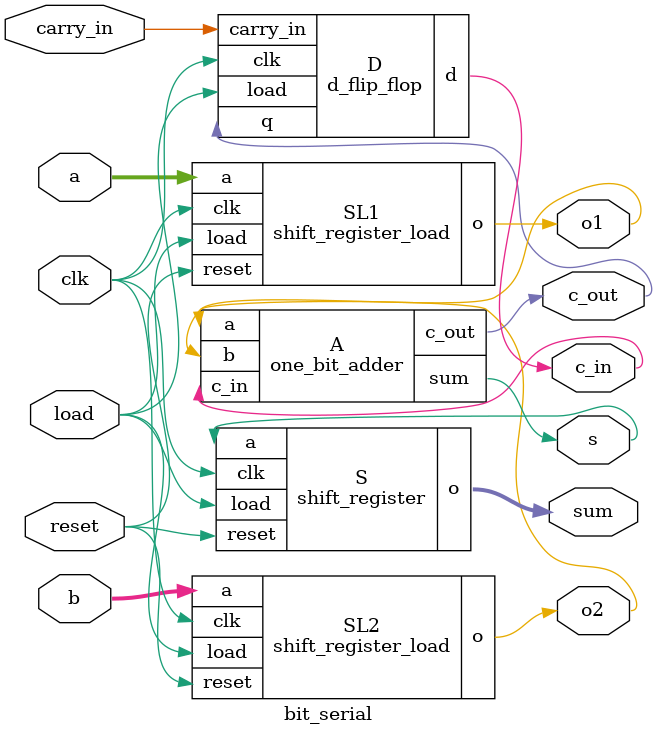
<source format=v>
`timescale 1ns / 1ps
module shift_register(
	input a,
	input clk, reset,load,
	output [7:0]o
	);
	reg [7:0]s;
	always @(posedge clk)
		begin
			if (!reset & !load)
				begin
					s[7] <= a;
					s[6] <= s[7];
					s[5] <= s[6];
					s[4] <= s[5];
					s[3] <= s[4];
					s[2] <= s[3];
					s[1] <= s[2];
					s[0] <= s[1];
				end
			else
				begin
					s[0] <= 0;
					s[1] <= 0;
					s[2] <= 0;
					s[3] <= 0;
					s[4] <= 0;
					s[5] <= 0;
					s[6] <= 0;
					s[7] <= 0;
				
				end
		end
		assign o = s;
	endmodule

module shift_register_load(
	input [7:0]a,
	input clk, load,reset,
	output o
	);
	reg [7:0]s;
	always @(posedge clk)
		begin
			if (reset)
				begin
					s<=0;
				end
			if(load)
				begin
					s[0] <= a[0];
					s[1] <= a[1];
					s[2] <= a[2];
					s[3] <= a[3];
					s[4] <= a[4];
					s[5] <= a[5];
					s[6] <= a[6];
					s[7] <= a[7];
				end
			else
				begin
					s[7] <= 0;
					s[6] <= s[7];
					s[5] <= s[6];
					s[4] <= s[5];
					s[3] <= s[4];
					s[2] <= s[3];
					s[1] <= s[2];
					s[0] <= s[1];
				
				end
		end
	assign o = s[0];
endmodule

module one_bit_adder(
    input a,
    input b,
    input c_in,
    output sum,
    output c_out
    );
	 
	assign {c_out, sum} = a + b + c_in;

endmodule

module d_flip_flop(
	input q,
	input clk,
	input load,
	input carry_in,
	output d
	);
	reg D;
	always @(posedge clk )
		begin
			if (load)
				begin
					D <= carry_in;
				end
			else
				begin
					D <= q;
				end
		end
		assign d = D;	
endmodule

	

module bit_serial(
    input [7:0]a,
    input [7:0]b,
	 input clk,
	 input reset,
	 input load,
	 input carry_in,
    output [7:0]sum, 
    output c_out, o1, o2, s, c_in
    ); 
	shift_register_load SL1(a, clk, load, reset, o1);
	shift_register_load SL2(b, clk, load, reset, o2);
	one_bit_adder A(o1, o2, c_in, s, c_out);
	d_flip_flop D(c_out, clk, load, carry_in, c_in);
	shift_register S(s, clk, reset, load, sum);

endmodule

</source>
